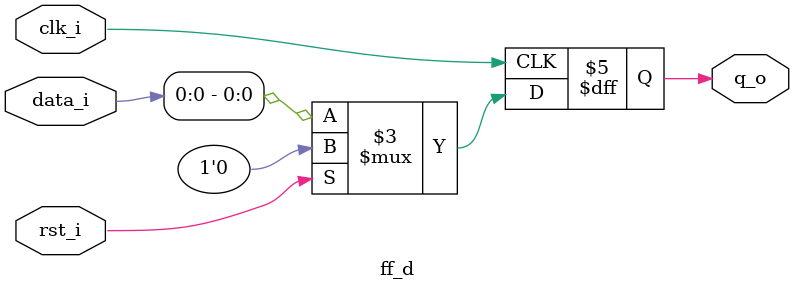
<source format=sv>
`timescale 1ns / 1ns


module ff_d #(parameter W=8)
(
    input clk_i       		,   	//Clock signal
    input rst_i      		,   	//Reset signal
    input [W-1:0] data_i     	,   	//Data signal
    output reg q_o        		//Output signal
);

always @(posedge clk_i)
begin
    if(rst_i)
        begin
            q_o <= 0;
        end
    else
        begin
            q_o <= data_i;
        end
end

endmodule
</source>
